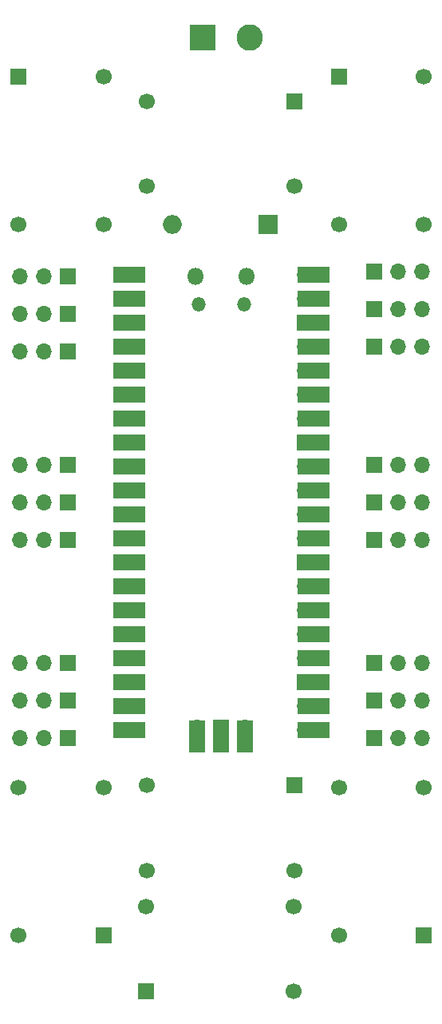
<source format=gbr>
%TF.GenerationSoftware,KiCad,Pcbnew,8.0.6*%
%TF.CreationDate,2024-12-18T16:53:39-05:00*%
%TF.ProjectId,hexapod,68657861-706f-4642-9e6b-696361645f70,rev?*%
%TF.SameCoordinates,Original*%
%TF.FileFunction,Soldermask,Top*%
%TF.FilePolarity,Negative*%
%FSLAX46Y46*%
G04 Gerber Fmt 4.6, Leading zero omitted, Abs format (unit mm)*
G04 Created by KiCad (PCBNEW 8.0.6) date 2024-12-18 16:53:39*
%MOMM*%
%LPD*%
G01*
G04 APERTURE LIST*
%ADD10R,2.800000X2.800000*%
%ADD11C,2.800000*%
%ADD12R,1.700000X1.700000*%
%ADD13O,1.700000X1.700000*%
%ADD14R,2.000000X2.000000*%
%ADD15O,2.000000X2.000000*%
%ADD16C,1.700000*%
%ADD17O,1.800000X1.800000*%
%ADD18O,1.500000X1.500000*%
%ADD19R,3.500000X1.700000*%
%ADD20R,1.700000X3.500000*%
G04 APERTURE END LIST*
D10*
%TO.C,J19*%
X98000000Y-50750000D03*
D11*
X103000000Y-50750000D03*
%TD*%
D12*
%TO.C,J16*%
X116250000Y-117000000D03*
D13*
X118790000Y-117000000D03*
X121330000Y-117000000D03*
%TD*%
D12*
%TO.C,J18*%
X116250000Y-125000000D03*
D13*
X118790000Y-125000000D03*
X121330000Y-125000000D03*
%TD*%
D14*
%TO.C,D1*%
X105000000Y-70500000D03*
D15*
X94840000Y-70500000D03*
%TD*%
D12*
%TO.C,U4*%
X87500000Y-145850000D03*
D16*
X78500000Y-145850000D03*
X87500000Y-130250000D03*
X78500000Y-130250000D03*
%TD*%
D12*
%TO.C,U7*%
X121500000Y-145850000D03*
D16*
X112500000Y-145850000D03*
X121500000Y-130250000D03*
X112500000Y-130250000D03*
%TD*%
D12*
%TO.C,J10*%
X116250000Y-75500000D03*
D13*
X118790000Y-75500000D03*
X121330000Y-75500000D03*
%TD*%
D12*
%TO.C,J3*%
X83750000Y-84000000D03*
D13*
X81210000Y-84000000D03*
X78670000Y-84000000D03*
%TD*%
D12*
%TO.C,U5*%
X112500000Y-54900000D03*
D16*
X121500000Y-54900000D03*
X112500000Y-70500000D03*
X121500000Y-70500000D03*
%TD*%
D12*
%TO.C,J13*%
X116250000Y-96000000D03*
D13*
X118790000Y-96000000D03*
X121330000Y-96000000D03*
%TD*%
D12*
%TO.C,J1*%
X83750000Y-76000000D03*
D13*
X81210000Y-76000000D03*
X78670000Y-76000000D03*
%TD*%
D12*
%TO.C,U2*%
X78500000Y-54900000D03*
D16*
X87500000Y-54900000D03*
X78500000Y-70500000D03*
X87500000Y-70500000D03*
%TD*%
D12*
%TO.C,J11*%
X116250000Y-79500000D03*
D13*
X118790000Y-79500000D03*
X121330000Y-79500000D03*
%TD*%
D12*
%TO.C,U3*%
X107750000Y-130000000D03*
D16*
X107750000Y-139000000D03*
X92150000Y-130000000D03*
X92150000Y-139000000D03*
%TD*%
D12*
%TO.C,J4*%
X83750000Y-96000000D03*
D13*
X81210000Y-96000000D03*
X78670000Y-96000000D03*
%TD*%
D12*
%TO.C,U8*%
X107750000Y-57500000D03*
D16*
X107750000Y-66500000D03*
X92150000Y-57500000D03*
X92150000Y-66500000D03*
%TD*%
D12*
%TO.C,J6*%
X83750000Y-104000000D03*
D13*
X81210000Y-104000000D03*
X78670000Y-104000000D03*
%TD*%
D12*
%TO.C,U6*%
X92050000Y-151850000D03*
D16*
X92050000Y-142850000D03*
X107650000Y-151850000D03*
X107650000Y-142850000D03*
%TD*%
D12*
%TO.C,J9*%
X83750000Y-125000000D03*
D13*
X81210000Y-125000000D03*
X78670000Y-125000000D03*
%TD*%
D12*
%TO.C,J8*%
X83750000Y-121000000D03*
D13*
X81210000Y-121000000D03*
X78670000Y-121000000D03*
%TD*%
D12*
%TO.C,J2*%
X83750000Y-80000000D03*
D13*
X81210000Y-80000000D03*
X78670000Y-80000000D03*
%TD*%
D17*
%TO.C,U1*%
X97275000Y-76000000D03*
D18*
X97575000Y-79030000D03*
X102425000Y-79030000D03*
D17*
X102725000Y-76000000D03*
D13*
X91110000Y-75870000D03*
D19*
X90210000Y-75870000D03*
D13*
X91110000Y-78410000D03*
D19*
X90210000Y-78410000D03*
D12*
X91110000Y-80950000D03*
D19*
X90210000Y-80950000D03*
D13*
X91110000Y-83490000D03*
D19*
X90210000Y-83490000D03*
D13*
X91110000Y-86030000D03*
D19*
X90210000Y-86030000D03*
D13*
X91110000Y-88570000D03*
D19*
X90210000Y-88570000D03*
D13*
X91110000Y-91110000D03*
D19*
X90210000Y-91110000D03*
D12*
X91110000Y-93650000D03*
D19*
X90210000Y-93650000D03*
D13*
X91110000Y-96190000D03*
D19*
X90210000Y-96190000D03*
D13*
X91110000Y-98730000D03*
D19*
X90210000Y-98730000D03*
D13*
X91110000Y-101270000D03*
D19*
X90210000Y-101270000D03*
D13*
X91110000Y-103810000D03*
D19*
X90210000Y-103810000D03*
D12*
X91110000Y-106350000D03*
D19*
X90210000Y-106350000D03*
D13*
X91110000Y-108890000D03*
D19*
X90210000Y-108890000D03*
D13*
X91110000Y-111430000D03*
D19*
X90210000Y-111430000D03*
D13*
X91110000Y-113970000D03*
D19*
X90210000Y-113970000D03*
D13*
X91110000Y-116510000D03*
D19*
X90210000Y-116510000D03*
D12*
X91110000Y-119050000D03*
D19*
X90210000Y-119050000D03*
D13*
X91110000Y-121590000D03*
D19*
X90210000Y-121590000D03*
D13*
X91110000Y-124130000D03*
D19*
X90210000Y-124130000D03*
D13*
X108890000Y-124130000D03*
D19*
X109790000Y-124130000D03*
D13*
X108890000Y-121590000D03*
D19*
X109790000Y-121590000D03*
D12*
X108890000Y-119050000D03*
D19*
X109790000Y-119050000D03*
D13*
X108890000Y-116510000D03*
D19*
X109790000Y-116510000D03*
D13*
X108890000Y-113970000D03*
D19*
X109790000Y-113970000D03*
D13*
X108890000Y-111430000D03*
D19*
X109790000Y-111430000D03*
D13*
X108890000Y-108890000D03*
D19*
X109790000Y-108890000D03*
D12*
X108890000Y-106350000D03*
D19*
X109790000Y-106350000D03*
D13*
X108890000Y-103810000D03*
D19*
X109790000Y-103810000D03*
D13*
X108890000Y-101270000D03*
D19*
X109790000Y-101270000D03*
D13*
X108890000Y-98730000D03*
D19*
X109790000Y-98730000D03*
D13*
X108890000Y-96190000D03*
D19*
X109790000Y-96190000D03*
D12*
X108890000Y-93650000D03*
D19*
X109790000Y-93650000D03*
D13*
X108890000Y-91110000D03*
D19*
X109790000Y-91110000D03*
D13*
X108890000Y-88570000D03*
D19*
X109790000Y-88570000D03*
D13*
X108890000Y-86030000D03*
D19*
X109790000Y-86030000D03*
D13*
X108890000Y-83490000D03*
D19*
X109790000Y-83490000D03*
D12*
X108890000Y-80950000D03*
D19*
X109790000Y-80950000D03*
D13*
X108890000Y-78410000D03*
D19*
X109790000Y-78410000D03*
D13*
X108890000Y-75870000D03*
D19*
X109790000Y-75870000D03*
D13*
X97460000Y-123900000D03*
D20*
X97460000Y-124800000D03*
D12*
X100000000Y-123900000D03*
D20*
X100000000Y-124800000D03*
D13*
X102540000Y-123900000D03*
D20*
X102540000Y-124800000D03*
%TD*%
D12*
%TO.C,J5*%
X83750000Y-100000000D03*
D13*
X81210000Y-100000000D03*
X78670000Y-100000000D03*
%TD*%
D12*
%TO.C,J12*%
X116250000Y-83500000D03*
D13*
X118790000Y-83500000D03*
X121330000Y-83500000D03*
%TD*%
D12*
%TO.C,J15*%
X116250000Y-104000000D03*
D13*
X118790000Y-104000000D03*
X121330000Y-104000000D03*
%TD*%
D12*
%TO.C,J7*%
X83750000Y-117000000D03*
D13*
X81210000Y-117000000D03*
X78670000Y-117000000D03*
%TD*%
D12*
%TO.C,J17*%
X116250000Y-121000000D03*
D13*
X118790000Y-121000000D03*
X121330000Y-121000000D03*
%TD*%
D12*
%TO.C,J14*%
X116250000Y-100000000D03*
D13*
X118790000Y-100000000D03*
X121330000Y-100000000D03*
%TD*%
M02*

</source>
